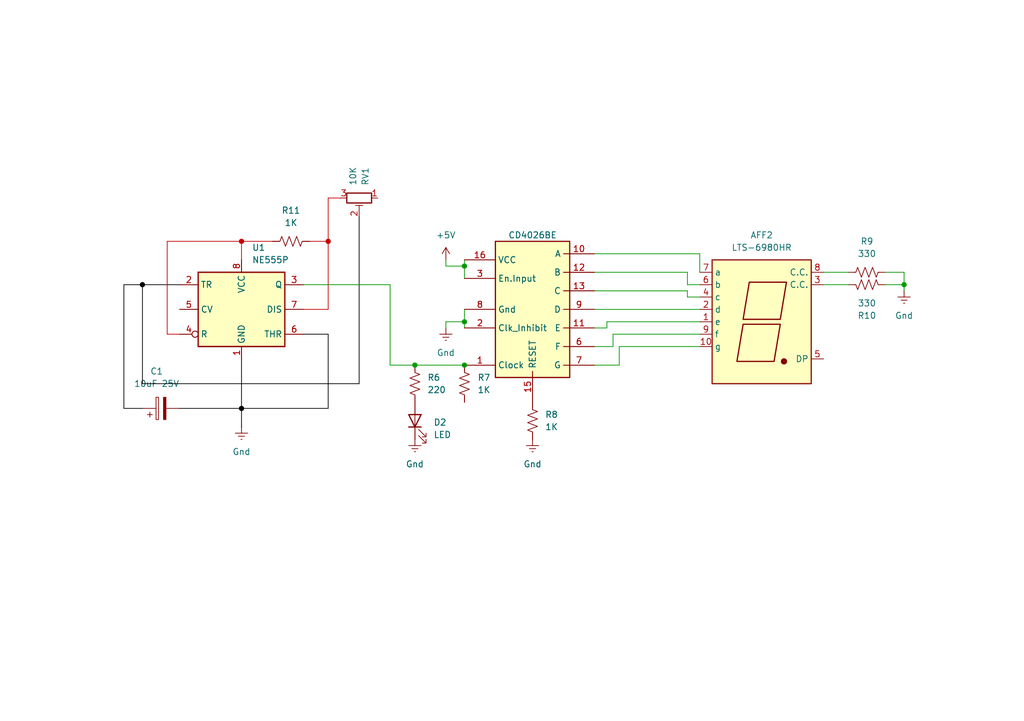
<source format=kicad_sch>
(kicad_sch
	(version 20250114)
	(generator "eeschema")
	(generator_version "9.0")
	(uuid "b50daa94-9871-49ee-9c2c-c6581c3e499d")
	(paper "A5")
	(lib_symbols
		(symbol "4xxx:CD4026BE"
			(exclude_from_sim no)
			(in_bom yes)
			(on_board yes)
			(property "Reference" "CD4026BE"
				(at -0.254 14.986 0)
				(effects
					(font
						(size 1.27 1.27)
					)
					(hide yes)
				)
			)
			(property "Value" ""
				(at 0 0 0)
				(effects
					(font
						(size 1.27 1.27)
					)
				)
			)
			(property "Footprint" ""
				(at 0 0 0)
				(effects
					(font
						(size 1.27 1.27)
					)
					(hide yes)
				)
			)
			(property "Datasheet" ""
				(at 0 0 0)
				(effects
					(font
						(size 1.27 1.27)
					)
					(hide yes)
				)
			)
			(property "Description" ""
				(at 0 0 0)
				(effects
					(font
						(size 1.27 1.27)
					)
					(hide yes)
				)
			)
			(symbol "CD4026BE_1_1"
				(rectangle
					(start -7.62 13.97)
					(end 7.62 -13.97)
					(stroke
						(width 0.254)
						(type default)
					)
					(fill
						(type background)
					)
				)
				(pin power_in line
					(at -13.97 10.16 0)
					(length 6.35)
					(name "VCC"
						(effects
							(font
								(size 1.27 1.27)
							)
						)
					)
					(number "16"
						(effects
							(font
								(size 1.27 1.27)
							)
						)
					)
				)
				(pin input line
					(at -13.97 6.35 0)
					(length 6.35)
					(name "En.Input"
						(effects
							(font
								(size 1.27 1.27)
							)
						)
					)
					(number "3"
						(effects
							(font
								(size 1.27 1.27)
							)
						)
					)
				)
				(pin power_in line
					(at -13.97 0 0)
					(length 6.35)
					(name "Gnd"
						(effects
							(font
								(size 1.27 1.27)
							)
						)
					)
					(number "8"
						(effects
							(font
								(size 1.27 1.27)
							)
						)
					)
				)
				(pin power_in line
					(at -13.97 -3.81 0)
					(length 6.35)
					(name "Clk_Inhibit"
						(effects
							(font
								(size 1.27 1.27)
							)
						)
					)
					(number "2"
						(effects
							(font
								(size 1.27 1.27)
							)
						)
					)
				)
				(pin input line
					(at -13.97 -11.43 0)
					(length 6.35)
					(name "Clock"
						(effects
							(font
								(size 1.27 1.27)
							)
						)
					)
					(number "1"
						(effects
							(font
								(size 1.27 1.27)
							)
						)
					)
				)
				(pin output line
					(at 0 -19.05 90)
					(length 6.35)
					(name "RESET"
						(effects
							(font
								(size 1.27 1.27)
							)
						)
					)
					(number "15"
						(effects
							(font
								(size 1.27 1.27)
							)
						)
					)
				)
				(pin output line
					(at 12.7 11.43 180)
					(length 6.35)
					(name "A"
						(effects
							(font
								(size 1.27 1.27)
							)
						)
					)
					(number "10"
						(effects
							(font
								(size 1.27 1.27)
							)
						)
					)
				)
				(pin output line
					(at 12.7 7.62 180)
					(length 6.35)
					(name "B"
						(effects
							(font
								(size 1.27 1.27)
							)
						)
					)
					(number "12"
						(effects
							(font
								(size 1.27 1.27)
							)
						)
					)
				)
				(pin output line
					(at 12.7 3.81 180)
					(length 6.35)
					(name "C"
						(effects
							(font
								(size 1.27 1.27)
							)
						)
					)
					(number "13"
						(effects
							(font
								(size 1.27 1.27)
							)
						)
					)
				)
				(pin output line
					(at 12.7 0 180)
					(length 6.35)
					(name "D"
						(effects
							(font
								(size 1.27 1.27)
							)
						)
					)
					(number "9"
						(effects
							(font
								(size 1.27 1.27)
							)
						)
					)
				)
				(pin output line
					(at 12.7 -3.81 180)
					(length 6.35)
					(name "E"
						(effects
							(font
								(size 1.27 1.27)
							)
						)
					)
					(number "11"
						(effects
							(font
								(size 1.27 1.27)
							)
						)
					)
				)
				(pin output line
					(at 12.7 -7.62 180)
					(length 6.35)
					(name "F"
						(effects
							(font
								(size 1.27 1.27)
							)
						)
					)
					(number "6"
						(effects
							(font
								(size 1.27 1.27)
							)
						)
					)
				)
				(pin output line
					(at 12.7 -11.43 180)
					(length 6.35)
					(name "G"
						(effects
							(font
								(size 1.27 1.27)
							)
						)
					)
					(number "7"
						(effects
							(font
								(size 1.27 1.27)
							)
						)
					)
				)
			)
			(embedded_fonts no)
		)
		(symbol "CD4026BE:CD4026BE"
			(exclude_from_sim no)
			(in_bom yes)
			(on_board yes)
			(property "Reference" "CD4026BE"
				(at -0.254 14.986 0)
				(effects
					(font
						(size 1.27 1.27)
					)
					(hide yes)
				)
			)
			(property "Value" ""
				(at 0 0 0)
				(effects
					(font
						(size 1.27 1.27)
					)
				)
			)
			(property "Footprint" ""
				(at 0 0 0)
				(effects
					(font
						(size 1.27 1.27)
					)
					(hide yes)
				)
			)
			(property "Datasheet" ""
				(at 0 0 0)
				(effects
					(font
						(size 1.27 1.27)
					)
					(hide yes)
				)
			)
			(property "Description" ""
				(at 0 0 0)
				(effects
					(font
						(size 1.27 1.27)
					)
					(hide yes)
				)
			)
			(embedded_fonts no)
		)
		(symbol "Device:C_Polarized"
			(pin_numbers
				(hide yes)
			)
			(pin_names
				(offset 0.254)
			)
			(exclude_from_sim no)
			(in_bom yes)
			(on_board yes)
			(property "Reference" "C"
				(at 0.635 2.54 0)
				(effects
					(font
						(size 1.27 1.27)
					)
					(justify left)
				)
			)
			(property "Value" "C_Polarized"
				(at 0.635 -2.54 0)
				(effects
					(font
						(size 1.27 1.27)
					)
					(justify left)
				)
			)
			(property "Footprint" ""
				(at 0.9652 -3.81 0)
				(effects
					(font
						(size 1.27 1.27)
					)
					(hide yes)
				)
			)
			(property "Datasheet" "~"
				(at 0 0 0)
				(effects
					(font
						(size 1.27 1.27)
					)
					(hide yes)
				)
			)
			(property "Description" "Polarized capacitor"
				(at 0 0 0)
				(effects
					(font
						(size 1.27 1.27)
					)
					(hide yes)
				)
			)
			(property "ki_keywords" "cap capacitor"
				(at 0 0 0)
				(effects
					(font
						(size 1.27 1.27)
					)
					(hide yes)
				)
			)
			(property "ki_fp_filters" "CP_*"
				(at 0 0 0)
				(effects
					(font
						(size 1.27 1.27)
					)
					(hide yes)
				)
			)
			(symbol "C_Polarized_0_1"
				(rectangle
					(start -2.286 0.508)
					(end 2.286 1.016)
					(stroke
						(width 0)
						(type default)
					)
					(fill
						(type none)
					)
				)
				(polyline
					(pts
						(xy -1.778 2.286) (xy -0.762 2.286)
					)
					(stroke
						(width 0)
						(type default)
					)
					(fill
						(type none)
					)
				)
				(polyline
					(pts
						(xy -1.27 2.794) (xy -1.27 1.778)
					)
					(stroke
						(width 0)
						(type default)
					)
					(fill
						(type none)
					)
				)
				(rectangle
					(start 2.286 -0.508)
					(end -2.286 -1.016)
					(stroke
						(width 0)
						(type default)
					)
					(fill
						(type outline)
					)
				)
			)
			(symbol "C_Polarized_1_1"
				(pin passive line
					(at 0 3.81 270)
					(length 2.794)
					(name "~"
						(effects
							(font
								(size 1.27 1.27)
							)
						)
					)
					(number "1"
						(effects
							(font
								(size 1.27 1.27)
							)
						)
					)
				)
				(pin passive line
					(at 0 -3.81 90)
					(length 2.794)
					(name "~"
						(effects
							(font
								(size 1.27 1.27)
							)
						)
					)
					(number "2"
						(effects
							(font
								(size 1.27 1.27)
							)
						)
					)
				)
			)
			(embedded_fonts no)
		)
		(symbol "Device:LED"
			(pin_numbers
				(hide yes)
			)
			(pin_names
				(offset 1.016)
				(hide yes)
			)
			(exclude_from_sim no)
			(in_bom yes)
			(on_board yes)
			(property "Reference" "D"
				(at 0 2.54 0)
				(effects
					(font
						(size 1.27 1.27)
					)
				)
			)
			(property "Value" "LED"
				(at 0 -2.54 0)
				(effects
					(font
						(size 1.27 1.27)
					)
				)
			)
			(property "Footprint" ""
				(at 0 0 0)
				(effects
					(font
						(size 1.27 1.27)
					)
					(hide yes)
				)
			)
			(property "Datasheet" "~"
				(at 0 0 0)
				(effects
					(font
						(size 1.27 1.27)
					)
					(hide yes)
				)
			)
			(property "Description" "Light emitting diode"
				(at 0 0 0)
				(effects
					(font
						(size 1.27 1.27)
					)
					(hide yes)
				)
			)
			(property "Sim.Pins" "1=K 2=A"
				(at 0 0 0)
				(effects
					(font
						(size 1.27 1.27)
					)
					(hide yes)
				)
			)
			(property "ki_keywords" "LED diode"
				(at 0 0 0)
				(effects
					(font
						(size 1.27 1.27)
					)
					(hide yes)
				)
			)
			(property "ki_fp_filters" "LED* LED_SMD:* LED_THT:*"
				(at 0 0 0)
				(effects
					(font
						(size 1.27 1.27)
					)
					(hide yes)
				)
			)
			(symbol "LED_0_1"
				(polyline
					(pts
						(xy -3.048 -0.762) (xy -4.572 -2.286) (xy -3.81 -2.286) (xy -4.572 -2.286) (xy -4.572 -1.524)
					)
					(stroke
						(width 0)
						(type default)
					)
					(fill
						(type none)
					)
				)
				(polyline
					(pts
						(xy -1.778 -0.762) (xy -3.302 -2.286) (xy -2.54 -2.286) (xy -3.302 -2.286) (xy -3.302 -1.524)
					)
					(stroke
						(width 0)
						(type default)
					)
					(fill
						(type none)
					)
				)
				(polyline
					(pts
						(xy -1.27 0) (xy 1.27 0)
					)
					(stroke
						(width 0)
						(type default)
					)
					(fill
						(type none)
					)
				)
				(polyline
					(pts
						(xy -1.27 -1.27) (xy -1.27 1.27)
					)
					(stroke
						(width 0.254)
						(type default)
					)
					(fill
						(type none)
					)
				)
				(polyline
					(pts
						(xy 1.27 -1.27) (xy 1.27 1.27) (xy -1.27 0) (xy 1.27 -1.27)
					)
					(stroke
						(width 0.254)
						(type default)
					)
					(fill
						(type none)
					)
				)
			)
			(symbol "LED_1_1"
				(pin passive line
					(at -3.81 0 0)
					(length 2.54)
					(name "K"
						(effects
							(font
								(size 1.27 1.27)
							)
						)
					)
					(number "1"
						(effects
							(font
								(size 1.27 1.27)
							)
						)
					)
				)
				(pin passive line
					(at 3.81 0 180)
					(length 2.54)
					(name "A"
						(effects
							(font
								(size 1.27 1.27)
							)
						)
					)
					(number "2"
						(effects
							(font
								(size 1.27 1.27)
							)
						)
					)
				)
			)
			(embedded_fonts no)
		)
		(symbol "Device:R_Potentiometer_Trim"
			(pin_names
				(offset 1.016)
				(hide yes)
			)
			(exclude_from_sim no)
			(in_bom yes)
			(on_board yes)
			(property "Reference" "RV"
				(at -4.445 0 90)
				(effects
					(font
						(size 1.27 1.27)
					)
				)
			)
			(property "Value" "R_Potentiometer_Trim"
				(at -2.54 0 90)
				(effects
					(font
						(size 1.27 1.27)
					)
				)
			)
			(property "Footprint" ""
				(at 0 0 0)
				(effects
					(font
						(size 1.27 1.27)
					)
					(hide yes)
				)
			)
			(property "Datasheet" "~"
				(at 0 0 0)
				(effects
					(font
						(size 1.27 1.27)
					)
					(hide yes)
				)
			)
			(property "Description" "Trim-potentiometer"
				(at 0 0 0)
				(effects
					(font
						(size 1.27 1.27)
					)
					(hide yes)
				)
			)
			(property "ki_keywords" "resistor variable trimpot trimmer"
				(at 0 0 0)
				(effects
					(font
						(size 1.27 1.27)
					)
					(hide yes)
				)
			)
			(property "ki_fp_filters" "Potentiometer*"
				(at 0 0 0)
				(effects
					(font
						(size 1.27 1.27)
					)
					(hide yes)
				)
			)
			(symbol "R_Potentiometer_Trim_0_1"
				(rectangle
					(start 1.016 2.54)
					(end -1.016 -2.54)
					(stroke
						(width 0.254)
						(type default)
					)
					(fill
						(type none)
					)
				)
				(polyline
					(pts
						(xy 1.524 0.762) (xy 1.524 -0.762)
					)
					(stroke
						(width 0)
						(type default)
					)
					(fill
						(type none)
					)
				)
				(polyline
					(pts
						(xy 2.54 0) (xy 1.524 0)
					)
					(stroke
						(width 0)
						(type default)
					)
					(fill
						(type none)
					)
				)
			)
			(symbol "R_Potentiometer_Trim_1_1"
				(pin passive line
					(at 0 3.81 270)
					(length 1.27)
					(name "1"
						(effects
							(font
								(size 1.27 1.27)
							)
						)
					)
					(number "1"
						(effects
							(font
								(size 1.27 1.27)
							)
						)
					)
				)
				(pin passive line
					(at 0 -3.81 90)
					(length 1.27)
					(name "3"
						(effects
							(font
								(size 1.27 1.27)
							)
						)
					)
					(number "3"
						(effects
							(font
								(size 1.27 1.27)
							)
						)
					)
				)
				(pin passive line
					(at 3.81 0 180)
					(length 1.27)
					(name "2"
						(effects
							(font
								(size 1.27 1.27)
							)
						)
					)
					(number "2"
						(effects
							(font
								(size 1.27 1.27)
							)
						)
					)
				)
			)
			(embedded_fonts no)
		)
		(symbol "Device:R_US"
			(pin_numbers
				(hide yes)
			)
			(pin_names
				(offset 0)
			)
			(exclude_from_sim no)
			(in_bom yes)
			(on_board yes)
			(property "Reference" "R"
				(at 2.54 0 90)
				(effects
					(font
						(size 1.27 1.27)
					)
				)
			)
			(property "Value" "R_US"
				(at -2.54 0 90)
				(effects
					(font
						(size 1.27 1.27)
					)
				)
			)
			(property "Footprint" ""
				(at 1.016 -0.254 90)
				(effects
					(font
						(size 1.27 1.27)
					)
					(hide yes)
				)
			)
			(property "Datasheet" "~"
				(at 0 0 0)
				(effects
					(font
						(size 1.27 1.27)
					)
					(hide yes)
				)
			)
			(property "Description" "Resistor, US symbol"
				(at 0 0 0)
				(effects
					(font
						(size 1.27 1.27)
					)
					(hide yes)
				)
			)
			(property "ki_keywords" "R res resistor"
				(at 0 0 0)
				(effects
					(font
						(size 1.27 1.27)
					)
					(hide yes)
				)
			)
			(property "ki_fp_filters" "R_*"
				(at 0 0 0)
				(effects
					(font
						(size 1.27 1.27)
					)
					(hide yes)
				)
			)
			(symbol "R_US_0_1"
				(polyline
					(pts
						(xy 0 2.286) (xy 0 2.54)
					)
					(stroke
						(width 0)
						(type default)
					)
					(fill
						(type none)
					)
				)
				(polyline
					(pts
						(xy 0 2.286) (xy 1.016 1.905) (xy 0 1.524) (xy -1.016 1.143) (xy 0 0.762)
					)
					(stroke
						(width 0)
						(type default)
					)
					(fill
						(type none)
					)
				)
				(polyline
					(pts
						(xy 0 0.762) (xy 1.016 0.381) (xy 0 0) (xy -1.016 -0.381) (xy 0 -0.762)
					)
					(stroke
						(width 0)
						(type default)
					)
					(fill
						(type none)
					)
				)
				(polyline
					(pts
						(xy 0 -0.762) (xy 1.016 -1.143) (xy 0 -1.524) (xy -1.016 -1.905) (xy 0 -2.286)
					)
					(stroke
						(width 0)
						(type default)
					)
					(fill
						(type none)
					)
				)
				(polyline
					(pts
						(xy 0 -2.286) (xy 0 -2.54)
					)
					(stroke
						(width 0)
						(type default)
					)
					(fill
						(type none)
					)
				)
			)
			(symbol "R_US_1_1"
				(pin passive line
					(at 0 3.81 270)
					(length 1.27)
					(name "~"
						(effects
							(font
								(size 1.27 1.27)
							)
						)
					)
					(number "1"
						(effects
							(font
								(size 1.27 1.27)
							)
						)
					)
				)
				(pin passive line
					(at 0 -3.81 90)
					(length 1.27)
					(name "~"
						(effects
							(font
								(size 1.27 1.27)
							)
						)
					)
					(number "2"
						(effects
							(font
								(size 1.27 1.27)
							)
						)
					)
				)
			)
			(embedded_fonts no)
		)
		(symbol "Display_Character:LTS-6980HR"
			(exclude_from_sim no)
			(in_bom yes)
			(on_board yes)
			(property "Reference" "AFF1"
				(at 0 17.78 0)
				(effects
					(font
						(size 1.27 1.27)
					)
				)
			)
			(property "Value" "LTS-6980HR"
				(at 0 15.24 0)
				(effects
					(font
						(size 1.27 1.27)
					)
				)
			)
			(property "Footprint" "Display_7Segment:7SegmentLED_LTS6760_LTS6780"
				(at 0 -15.24 0)
				(effects
					(font
						(size 1.27 1.27)
					)
					(hide yes)
				)
			)
			(property "Datasheet" "http://datasheet.octopart.com/LTS-6960HR-Lite-On-datasheet-11803242.pdf"
				(at 0 0 0)
				(effects
					(font
						(size 1.27 1.27)
					)
					(hide yes)
				)
			)
			(property "Description" "DISPLAY 7 SEGMENTS common K, high efficient red"
				(at 0 0 0)
				(effects
					(font
						(size 1.27 1.27)
					)
					(hide yes)
				)
			)
			(property "ki_keywords" "display LED 7-segment"
				(at 0 0 0)
				(effects
					(font
						(size 1.27 1.27)
					)
					(hide yes)
				)
			)
			(property "ki_fp_filters" "7SegmentLED?LTS6760?LTS6780*"
				(at 0 0 0)
				(effects
					(font
						(size 1.27 1.27)
					)
					(hide yes)
				)
			)
			(symbol "LTS-6980HR_0_1"
				(rectangle
					(start -10.16 12.7)
					(end 10.16 -12.7)
					(stroke
						(width 0.254)
						(type default)
					)
					(fill
						(type background)
					)
				)
				(polyline
					(pts
						(xy -3.81 -0.508) (xy 3.81 -0.508) (xy 2.54 -8.128) (xy -5.08 -8.128) (xy -3.81 -0.508) (xy -3.81 -0.508)
					)
					(stroke
						(width 0.254)
						(type default)
					)
					(fill
						(type none)
					)
				)
				(polyline
					(pts
						(xy -2.54 8.128) (xy 5.08 8.128) (xy 3.81 0.508) (xy -3.81 0.508) (xy -2.54 8.128) (xy -2.54 8.128)
					)
					(stroke
						(width 0.254)
						(type default)
					)
					(fill
						(type none)
					)
				)
				(circle
					(center 4.572 -8.128)
					(radius 0.508)
					(stroke
						(width 0.254)
						(type default)
					)
					(fill
						(type outline)
					)
				)
			)
			(symbol "LTS-6980HR_1_1"
				(pin passive line
					(at -12.7 10.16 0)
					(length 2.54)
					(name "a"
						(effects
							(font
								(size 1.27 1.27)
							)
						)
					)
					(number "7"
						(effects
							(font
								(size 1.27 1.27)
							)
						)
					)
				)
				(pin passive line
					(at -12.7 7.62 0)
					(length 2.54)
					(name "b"
						(effects
							(font
								(size 1.27 1.27)
							)
						)
					)
					(number "6"
						(effects
							(font
								(size 1.27 1.27)
							)
						)
					)
				)
				(pin passive line
					(at -12.7 5.08 0)
					(length 2.54)
					(name "c"
						(effects
							(font
								(size 1.27 1.27)
							)
						)
					)
					(number "4"
						(effects
							(font
								(size 1.27 1.27)
							)
						)
					)
				)
				(pin passive line
					(at -12.7 2.54 0)
					(length 2.54)
					(name "d"
						(effects
							(font
								(size 1.27 1.27)
							)
						)
					)
					(number "2"
						(effects
							(font
								(size 1.27 1.27)
							)
						)
					)
				)
				(pin passive line
					(at -12.7 0 0)
					(length 2.54)
					(name "e"
						(effects
							(font
								(size 1.27 1.27)
							)
						)
					)
					(number "1"
						(effects
							(font
								(size 1.27 1.27)
							)
						)
					)
				)
				(pin passive line
					(at -12.7 -2.54 0)
					(length 2.54)
					(name "f"
						(effects
							(font
								(size 1.27 1.27)
							)
						)
					)
					(number "9"
						(effects
							(font
								(size 1.27 1.27)
							)
						)
					)
				)
				(pin passive line
					(at -12.7 -5.08 0)
					(length 2.54)
					(name "g"
						(effects
							(font
								(size 1.27 1.27)
							)
						)
					)
					(number "10"
						(effects
							(font
								(size 1.27 1.27)
							)
						)
					)
				)
				(pin passive line
					(at 12.7 10.16 180)
					(length 2.54)
					(name "C.C."
						(effects
							(font
								(size 1.27 1.27)
							)
						)
					)
					(number "8"
						(effects
							(font
								(size 1.27 1.27)
							)
						)
					)
				)
				(pin passive line
					(at 12.7 7.62 180)
					(length 2.54)
					(name "C.C."
						(effects
							(font
								(size 1.27 1.27)
							)
						)
					)
					(number "3"
						(effects
							(font
								(size 1.27 1.27)
							)
						)
					)
				)
				(pin passive line
					(at 12.7 -7.62 180)
					(length 2.54)
					(name "DP"
						(effects
							(font
								(size 1.27 1.27)
							)
						)
					)
					(number "5"
						(effects
							(font
								(size 1.27 1.27)
							)
						)
					)
				)
			)
			(embedded_fonts no)
		)
		(symbol "Timer:NE555P"
			(exclude_from_sim no)
			(in_bom yes)
			(on_board yes)
			(property "Reference" "U"
				(at -10.16 8.89 0)
				(effects
					(font
						(size 1.27 1.27)
					)
					(justify left)
				)
			)
			(property "Value" "NE555P"
				(at 2.54 8.89 0)
				(effects
					(font
						(size 1.27 1.27)
					)
					(justify left)
				)
			)
			(property "Footprint" "Package_DIP:DIP-8_W7.62mm"
				(at 16.51 -10.16 0)
				(effects
					(font
						(size 1.27 1.27)
					)
					(hide yes)
				)
			)
			(property "Datasheet" "http://www.ti.com/lit/ds/symlink/ne555.pdf"
				(at 21.59 -10.16 0)
				(effects
					(font
						(size 1.27 1.27)
					)
					(hide yes)
				)
			)
			(property "Description" "Precision Timers, 555 compatible,  PDIP-8"
				(at 0 0 0)
				(effects
					(font
						(size 1.27 1.27)
					)
					(hide yes)
				)
			)
			(property "ki_keywords" "single timer 555"
				(at 0 0 0)
				(effects
					(font
						(size 1.27 1.27)
					)
					(hide yes)
				)
			)
			(property "ki_fp_filters" "DIP*W7.62mm*"
				(at 0 0 0)
				(effects
					(font
						(size 1.27 1.27)
					)
					(hide yes)
				)
			)
			(symbol "NE555P_0_0"
				(pin power_in line
					(at 0 10.16 270)
					(length 2.54)
					(name "VCC"
						(effects
							(font
								(size 1.27 1.27)
							)
						)
					)
					(number "8"
						(effects
							(font
								(size 1.27 1.27)
							)
						)
					)
				)
				(pin power_in line
					(at 0 -10.16 90)
					(length 2.54)
					(name "GND"
						(effects
							(font
								(size 1.27 1.27)
							)
						)
					)
					(number "1"
						(effects
							(font
								(size 1.27 1.27)
							)
						)
					)
				)
			)
			(symbol "NE555P_0_1"
				(rectangle
					(start -8.89 -7.62)
					(end 8.89 7.62)
					(stroke
						(width 0.254)
						(type default)
					)
					(fill
						(type background)
					)
				)
				(rectangle
					(start -8.89 -7.62)
					(end 8.89 7.62)
					(stroke
						(width 0.254)
						(type default)
					)
					(fill
						(type background)
					)
				)
			)
			(symbol "NE555P_1_1"
				(pin input line
					(at -12.7 5.08 0)
					(length 3.81)
					(name "TR"
						(effects
							(font
								(size 1.27 1.27)
							)
						)
					)
					(number "2"
						(effects
							(font
								(size 1.27 1.27)
							)
						)
					)
				)
				(pin input line
					(at -12.7 0 0)
					(length 3.81)
					(name "CV"
						(effects
							(font
								(size 1.27 1.27)
							)
						)
					)
					(number "5"
						(effects
							(font
								(size 1.27 1.27)
							)
						)
					)
				)
				(pin input inverted
					(at -12.7 -5.08 0)
					(length 3.81)
					(name "R"
						(effects
							(font
								(size 1.27 1.27)
							)
						)
					)
					(number "4"
						(effects
							(font
								(size 1.27 1.27)
							)
						)
					)
				)
				(pin output line
					(at 12.7 5.08 180)
					(length 3.81)
					(name "Q"
						(effects
							(font
								(size 1.27 1.27)
							)
						)
					)
					(number "3"
						(effects
							(font
								(size 1.27 1.27)
							)
						)
					)
				)
				(pin input line
					(at 12.7 0 180)
					(length 3.81)
					(name "DIS"
						(effects
							(font
								(size 1.27 1.27)
							)
						)
					)
					(number "7"
						(effects
							(font
								(size 1.27 1.27)
							)
						)
					)
				)
				(pin input line
					(at 12.7 -5.08 180)
					(length 3.81)
					(name "THR"
						(effects
							(font
								(size 1.27 1.27)
							)
						)
					)
					(number "6"
						(effects
							(font
								(size 1.27 1.27)
							)
						)
					)
				)
			)
			(embedded_fonts no)
		)
		(symbol "power:+5V"
			(power)
			(pin_numbers
				(hide yes)
			)
			(pin_names
				(offset 0)
				(hide yes)
			)
			(exclude_from_sim no)
			(in_bom yes)
			(on_board yes)
			(property "Reference" "#PWR"
				(at 0 -3.81 0)
				(effects
					(font
						(size 1.27 1.27)
					)
					(hide yes)
				)
			)
			(property "Value" "+5V"
				(at 0 3.556 0)
				(effects
					(font
						(size 1.27 1.27)
					)
				)
			)
			(property "Footprint" ""
				(at 0 0 0)
				(effects
					(font
						(size 1.27 1.27)
					)
					(hide yes)
				)
			)
			(property "Datasheet" ""
				(at 0 0 0)
				(effects
					(font
						(size 1.27 1.27)
					)
					(hide yes)
				)
			)
			(property "Description" "Power symbol creates a global label with name \"+5V\""
				(at 0 0 0)
				(effects
					(font
						(size 1.27 1.27)
					)
					(hide yes)
				)
			)
			(property "ki_keywords" "global power"
				(at 0 0 0)
				(effects
					(font
						(size 1.27 1.27)
					)
					(hide yes)
				)
			)
			(symbol "+5V_0_1"
				(polyline
					(pts
						(xy -0.762 1.27) (xy 0 2.54)
					)
					(stroke
						(width 0)
						(type default)
					)
					(fill
						(type none)
					)
				)
				(polyline
					(pts
						(xy 0 2.54) (xy 0.762 1.27)
					)
					(stroke
						(width 0)
						(type default)
					)
					(fill
						(type none)
					)
				)
				(polyline
					(pts
						(xy 0 0) (xy 0 2.54)
					)
					(stroke
						(width 0)
						(type default)
					)
					(fill
						(type none)
					)
				)
			)
			(symbol "+5V_1_1"
				(pin power_in line
					(at 0 0 90)
					(length 0)
					(name "~"
						(effects
							(font
								(size 1.27 1.27)
							)
						)
					)
					(number "1"
						(effects
							(font
								(size 1.27 1.27)
							)
						)
					)
				)
			)
			(embedded_fonts no)
		)
		(symbol "power:Earth"
			(power)
			(pin_numbers
				(hide yes)
			)
			(pin_names
				(offset 0)
				(hide yes)
			)
			(exclude_from_sim no)
			(in_bom yes)
			(on_board yes)
			(property "Reference" "#PWR"
				(at 0 -6.35 0)
				(effects
					(font
						(size 1.27 1.27)
					)
					(hide yes)
				)
			)
			(property "Value" "Earth"
				(at 0 -3.81 0)
				(effects
					(font
						(size 1.27 1.27)
					)
				)
			)
			(property "Footprint" ""
				(at 0 0 0)
				(effects
					(font
						(size 1.27 1.27)
					)
					(hide yes)
				)
			)
			(property "Datasheet" "~"
				(at 0 0 0)
				(effects
					(font
						(size 1.27 1.27)
					)
					(hide yes)
				)
			)
			(property "Description" "Power symbol creates a global label with name \"Earth\""
				(at 0 0 0)
				(effects
					(font
						(size 1.27 1.27)
					)
					(hide yes)
				)
			)
			(property "ki_keywords" "global ground gnd"
				(at 0 0 0)
				(effects
					(font
						(size 1.27 1.27)
					)
					(hide yes)
				)
			)
			(symbol "Earth_0_1"
				(polyline
					(pts
						(xy -0.635 -1.905) (xy 0.635 -1.905)
					)
					(stroke
						(width 0)
						(type default)
					)
					(fill
						(type none)
					)
				)
				(polyline
					(pts
						(xy -0.127 -2.54) (xy 0.127 -2.54)
					)
					(stroke
						(width 0)
						(type default)
					)
					(fill
						(type none)
					)
				)
				(polyline
					(pts
						(xy 0 -1.27) (xy 0 0)
					)
					(stroke
						(width 0)
						(type default)
					)
					(fill
						(type none)
					)
				)
				(polyline
					(pts
						(xy 1.27 -1.27) (xy -1.27 -1.27)
					)
					(stroke
						(width 0)
						(type default)
					)
					(fill
						(type none)
					)
				)
			)
			(symbol "Earth_1_1"
				(pin power_in line
					(at 0 0 270)
					(length 0)
					(name "~"
						(effects
							(font
								(size 1.27 1.27)
							)
						)
					)
					(number "1"
						(effects
							(font
								(size 1.27 1.27)
							)
						)
					)
				)
			)
			(embedded_fonts no)
		)
	)
	(junction
		(at 67.31 49.53)
		(diameter 0)
		(color 194 0 0 1)
		(uuid "6919890c-d6ac-4c80-8fc8-1d0f024b9823")
	)
	(junction
		(at 49.53 83.82)
		(diameter 0)
		(color 0 0 0 1)
		(uuid "6d1015b2-763b-46c2-8846-46cfceb68923")
	)
	(junction
		(at 95.25 54.61)
		(diameter 0)
		(color 0 0 0 0)
		(uuid "7c6dcea1-7d88-49c6-aaea-f725c62f9a44")
	)
	(junction
		(at 29.21 58.42)
		(diameter 0)
		(color 0 0 0 1)
		(uuid "b47c3cf0-1e69-490d-a217-d8f25abf0444")
	)
	(junction
		(at 185.42 58.42)
		(diameter 0)
		(color 0 0 0 0)
		(uuid "bea53ca9-caa2-48ee-a916-8b271d7fbd81")
	)
	(junction
		(at 49.53 49.53)
		(diameter 0)
		(color 194 0 0 1)
		(uuid "bfe496c9-c127-4d3a-b21b-5c653fae5714")
	)
	(junction
		(at 85.09 74.93)
		(diameter 0)
		(color 0 0 0 0)
		(uuid "c9bfc789-5307-49b2-8139-a858d4ff61be")
	)
	(junction
		(at 95.25 74.93)
		(diameter 0)
		(color 0 0 0 0)
		(uuid "deb72336-fd51-4e2c-92b4-256fecaeb3ef")
	)
	(junction
		(at 95.25 66.04)
		(diameter 0)
		(color 0 0 0 0)
		(uuid "e18664b1-4c68-434e-9964-798cecdfcd41")
	)
	(wire
		(pts
			(xy 143.51 55.88) (xy 143.51 52.07)
		)
		(stroke
			(width 0)
			(type default)
		)
		(uuid "00c8c9ea-4050-4f2b-8980-a001dbfc88f9")
	)
	(wire
		(pts
			(xy 49.53 83.82) (xy 49.53 73.66)
		)
		(stroke
			(width 0)
			(type default)
			(color 0 0 0 1)
		)
		(uuid "03cbe362-bb0b-4473-a826-4c4f95e281bb")
	)
	(wire
		(pts
			(xy 185.42 55.88) (xy 185.42 58.42)
		)
		(stroke
			(width 0)
			(type default)
		)
		(uuid "0471538c-7f0b-49b2-8227-a6f7bcd3aab6")
	)
	(wire
		(pts
			(xy 34.29 68.58) (xy 34.29 49.53)
		)
		(stroke
			(width 0)
			(type default)
			(color 194 0 0 1)
		)
		(uuid "22bae566-d92d-476e-ad87-243583243d9b")
	)
	(wire
		(pts
			(xy 143.51 66.04) (xy 124.46 66.04)
		)
		(stroke
			(width 0)
			(type default)
		)
		(uuid "2356cbb4-521a-4aae-9734-2b1a731bcf3d")
	)
	(wire
		(pts
			(xy 49.53 83.82) (xy 49.53 87.63)
		)
		(stroke
			(width 0)
			(type default)
			(color 0 0 0 1)
		)
		(uuid "25d0f9f1-b246-42fc-902e-5441ec0f954d")
	)
	(wire
		(pts
			(xy 143.51 58.42) (xy 140.97 58.42)
		)
		(stroke
			(width 0)
			(type default)
		)
		(uuid "269b3566-711b-419b-8932-f378c547c771")
	)
	(wire
		(pts
			(xy 143.51 60.96) (xy 140.97 60.96)
		)
		(stroke
			(width 0)
			(type default)
		)
		(uuid "273691f6-78e1-4667-993f-d9b983e705bc")
	)
	(wire
		(pts
			(xy 140.97 55.88) (xy 121.92 55.88)
		)
		(stroke
			(width 0)
			(type default)
		)
		(uuid "288f30cd-fd1b-4e97-8072-60562be38fd2")
	)
	(wire
		(pts
			(xy 80.01 58.42) (xy 80.01 74.93)
		)
		(stroke
			(width 0)
			(type default)
		)
		(uuid "29f49e19-0088-4bda-a5fe-20ca179250b6")
	)
	(wire
		(pts
			(xy 67.31 63.5) (xy 62.23 63.5)
		)
		(stroke
			(width 0)
			(type default)
			(color 194 0 0 1)
		)
		(uuid "2d9356a4-cc08-4c98-b82c-ad82fabd1bac")
	)
	(wire
		(pts
			(xy 80.01 74.93) (xy 85.09 74.93)
		)
		(stroke
			(width 0)
			(type default)
		)
		(uuid "36c658cd-1951-4c9b-88df-fa10b17fdef1")
	)
	(wire
		(pts
			(xy 168.91 55.88) (xy 173.99 55.88)
		)
		(stroke
			(width 0)
			(type default)
		)
		(uuid "38c4d1ab-9a14-4aa4-a2b4-d670974c56bc")
	)
	(wire
		(pts
			(xy 95.25 63.5) (xy 95.25 66.04)
		)
		(stroke
			(width 0)
			(type default)
		)
		(uuid "3d38ce15-478b-4ed7-9736-ded46d1347f6")
	)
	(wire
		(pts
			(xy 49.53 49.53) (xy 55.88 49.53)
		)
		(stroke
			(width 0)
			(type default)
			(color 194 0 0 1)
		)
		(uuid "3ed3d00e-b03a-4070-858c-ce85ec2ab3cf")
	)
	(wire
		(pts
			(xy 25.4 58.42) (xy 25.4 83.82)
		)
		(stroke
			(width 0)
			(type default)
			(color 0 0 0 1)
		)
		(uuid "401b1f93-700a-41a0-bb2d-8b4076902426")
	)
	(wire
		(pts
			(xy 181.61 58.42) (xy 185.42 58.42)
		)
		(stroke
			(width 0)
			(type default)
		)
		(uuid "428d1d2e-c868-4836-943d-c4570644123d")
	)
	(wire
		(pts
			(xy 143.51 71.12) (xy 127 71.12)
		)
		(stroke
			(width 0)
			(type default)
		)
		(uuid "431fe356-0501-4568-addb-83c72f73561b")
	)
	(wire
		(pts
			(xy 95.25 54.61) (xy 91.44 54.61)
		)
		(stroke
			(width 0)
			(type default)
		)
		(uuid "432fe328-b077-45c1-8322-7da1348b18bf")
	)
	(wire
		(pts
			(xy 34.29 49.53) (xy 49.53 49.53)
		)
		(stroke
			(width 0)
			(type default)
			(color 194 0 0 1)
		)
		(uuid "47381562-afe8-4955-a5c0-72fea8f77d90")
	)
	(wire
		(pts
			(xy 95.25 54.61) (xy 95.25 57.15)
		)
		(stroke
			(width 0)
			(type default)
		)
		(uuid "4895187d-b6e9-4fa5-bd8d-9345ec9c0e9b")
	)
	(wire
		(pts
			(xy 95.25 66.04) (xy 95.25 67.31)
		)
		(stroke
			(width 0)
			(type default)
		)
		(uuid "51c2aad7-a152-44a1-8ba4-936b989ccfff")
	)
	(wire
		(pts
			(xy 73.66 44.45) (xy 73.66 78.74)
		)
		(stroke
			(width 0)
			(type default)
			(color 0 0 0 1)
		)
		(uuid "583e1428-edb3-472e-acaf-85f47487aadc")
	)
	(wire
		(pts
			(xy 36.83 83.82) (xy 49.53 83.82)
		)
		(stroke
			(width 0)
			(type default)
			(color 0 0 0 1)
		)
		(uuid "5e8ee31c-2fc7-4ead-a1e3-d22de7ec9934")
	)
	(wire
		(pts
			(xy 91.44 53.34) (xy 91.44 54.61)
		)
		(stroke
			(width 0)
			(type default)
		)
		(uuid "6060935b-fae5-4871-b4d5-25a0f4ad4793")
	)
	(wire
		(pts
			(xy 95.25 53.34) (xy 95.25 54.61)
		)
		(stroke
			(width 0)
			(type default)
		)
		(uuid "687c0a56-418b-44a5-95fa-a041a429dbd9")
	)
	(wire
		(pts
			(xy 140.97 55.88) (xy 140.97 58.42)
		)
		(stroke
			(width 0)
			(type default)
		)
		(uuid "6e308f6b-7635-4ee0-b00a-6db8dfb912f2")
	)
	(wire
		(pts
			(xy 67.31 83.82) (xy 49.53 83.82)
		)
		(stroke
			(width 0)
			(type default)
			(color 0 0 0 1)
		)
		(uuid "737df1ed-581a-4620-b5c6-19fa84050021")
	)
	(wire
		(pts
			(xy 63.5 49.53) (xy 67.31 49.53)
		)
		(stroke
			(width 0)
			(type default)
			(color 194 0 0 1)
		)
		(uuid "789b3f0e-ca05-4575-ad05-303b8ddbfa76")
	)
	(wire
		(pts
			(xy 62.23 68.58) (xy 67.31 68.58)
		)
		(stroke
			(width 0)
			(type default)
			(color 0 0 0 1)
		)
		(uuid "801f83f3-a932-48b6-9b78-5955e341d233")
	)
	(wire
		(pts
			(xy 185.42 58.42) (xy 185.42 59.69)
		)
		(stroke
			(width 0)
			(type default)
		)
		(uuid "86cc6d6c-9319-42e9-93f1-b34c5bed321c")
	)
	(wire
		(pts
			(xy 121.92 74.93) (xy 127 74.93)
		)
		(stroke
			(width 0)
			(type default)
		)
		(uuid "8964a482-1e2a-421d-b06a-f0fd7435998c")
	)
	(wire
		(pts
			(xy 181.61 55.88) (xy 185.42 55.88)
		)
		(stroke
			(width 0)
			(type default)
		)
		(uuid "90ccd0a7-da58-4d95-b52f-1b59ae771edb")
	)
	(wire
		(pts
			(xy 36.83 68.58) (xy 34.29 68.58)
		)
		(stroke
			(width 0)
			(type default)
			(color 194 0 0 1)
		)
		(uuid "93d80ff5-1803-4218-ae3a-e6006b500c53")
	)
	(wire
		(pts
			(xy 124.46 66.04) (xy 124.46 67.31)
		)
		(stroke
			(width 0)
			(type default)
		)
		(uuid "9642f38f-cdc6-45df-b619-cdcd2e696f1a")
	)
	(wire
		(pts
			(xy 29.21 58.42) (xy 25.4 58.42)
		)
		(stroke
			(width 0)
			(type default)
			(color 0 0 0 1)
		)
		(uuid "a45531c9-931a-460e-93a5-6a6db5a5ec07")
	)
	(wire
		(pts
			(xy 73.66 78.74) (xy 29.21 78.74)
		)
		(stroke
			(width 0)
			(type default)
			(color 0 0 0 1)
		)
		(uuid "a6c56f59-28b8-4b8b-80d3-28ab75226ae7")
	)
	(wire
		(pts
			(xy 67.31 68.58) (xy 67.31 83.82)
		)
		(stroke
			(width 0)
			(type default)
			(color 0 0 0 1)
		)
		(uuid "ab8f5073-118c-47b0-9a6c-f857f3ccb4f7")
	)
	(wire
		(pts
			(xy 140.97 60.96) (xy 140.97 59.69)
		)
		(stroke
			(width 0)
			(type default)
		)
		(uuid "ad36329f-6b0c-4312-8bbd-b9e3ea862a61")
	)
	(wire
		(pts
			(xy 127 71.12) (xy 127 74.93)
		)
		(stroke
			(width 0)
			(type default)
		)
		(uuid "af854510-8955-443b-8841-02516ddbce00")
	)
	(wire
		(pts
			(xy 29.21 78.74) (xy 29.21 58.42)
		)
		(stroke
			(width 0)
			(type default)
			(color 0 0 0 1)
		)
		(uuid "b2bdc053-2108-4b8c-afd1-b3a633053959")
	)
	(wire
		(pts
			(xy 125.73 71.12) (xy 121.92 71.12)
		)
		(stroke
			(width 0)
			(type default)
		)
		(uuid "b35b36e6-64c5-4672-b8cd-3285447051ce")
	)
	(wire
		(pts
			(xy 143.51 68.58) (xy 125.73 68.58)
		)
		(stroke
			(width 0)
			(type default)
		)
		(uuid "ba1f9671-48ab-4b4e-b519-4ea60da1eee4")
	)
	(wire
		(pts
			(xy 36.83 58.42) (xy 29.21 58.42)
		)
		(stroke
			(width 0)
			(type default)
			(color 0 0 0 1)
		)
		(uuid "bb8a6f49-f2e2-42a9-9069-9b9580a3f5ca")
	)
	(wire
		(pts
			(xy 124.46 67.31) (xy 121.92 67.31)
		)
		(stroke
			(width 0)
			(type default)
		)
		(uuid "bd3d065e-08f5-45a2-91f1-507668b52720")
	)
	(wire
		(pts
			(xy 125.73 68.58) (xy 125.73 71.12)
		)
		(stroke
			(width 0)
			(type default)
		)
		(uuid "bf84c2ad-cd9a-4274-a0b9-2f18a5347691")
	)
	(wire
		(pts
			(xy 168.91 58.42) (xy 173.99 58.42)
		)
		(stroke
			(width 0)
			(type default)
		)
		(uuid "c442d668-f1e8-4372-bc59-f8b38327e6de")
	)
	(wire
		(pts
			(xy 25.4 83.82) (xy 29.21 83.82)
		)
		(stroke
			(width 0)
			(type default)
			(color 0 0 0 1)
		)
		(uuid "cab188c8-afc5-42ee-ae5d-de9f3f525a63")
	)
	(wire
		(pts
			(xy 85.09 74.93) (xy 95.25 74.93)
		)
		(stroke
			(width 0)
			(type default)
		)
		(uuid "cdd8c9a6-8c77-478c-9c71-43cf6128e0b9")
	)
	(wire
		(pts
			(xy 140.97 59.69) (xy 121.92 59.69)
		)
		(stroke
			(width 0)
			(type default)
		)
		(uuid "ce538c4a-0e0f-4f3c-8900-0b34358880d8")
	)
	(wire
		(pts
			(xy 49.53 49.53) (xy 49.53 53.34)
		)
		(stroke
			(width 0)
			(type default)
			(color 194 0 0 1)
		)
		(uuid "cee74db1-807f-437c-b2b5-e629aa8a69ce")
	)
	(wire
		(pts
			(xy 67.31 49.53) (xy 67.31 63.5)
		)
		(stroke
			(width 0)
			(type default)
			(color 194 0 0 1)
		)
		(uuid "d1b87767-7afe-4554-8a6f-03394b675a48")
	)
	(wire
		(pts
			(xy 69.85 40.64) (xy 67.31 40.64)
		)
		(stroke
			(width 0)
			(type default)
			(color 194 0 0 1)
		)
		(uuid "d62090c7-1e22-46a1-931a-a7ae0c92347a")
	)
	(wire
		(pts
			(xy 121.92 52.07) (xy 143.51 52.07)
		)
		(stroke
			(width 0)
			(type default)
		)
		(uuid "e0d68dc6-08ec-48bc-af31-21eb10c63316")
	)
	(wire
		(pts
			(xy 121.92 63.5) (xy 143.51 63.5)
		)
		(stroke
			(width 0)
			(type default)
		)
		(uuid "e0f4717e-e7c7-43c8-813d-901dd9146993")
	)
	(wire
		(pts
			(xy 95.25 66.04) (xy 91.44 66.04)
		)
		(stroke
			(width 0)
			(type default)
		)
		(uuid "e3859a91-3ac2-44ef-8342-4f942580c6a4")
	)
	(wire
		(pts
			(xy 91.44 66.04) (xy 91.44 67.31)
		)
		(stroke
			(width 0)
			(type default)
		)
		(uuid "e7639864-3a54-4bd9-b840-7413b0f40455")
	)
	(wire
		(pts
			(xy 62.23 58.42) (xy 80.01 58.42)
		)
		(stroke
			(width 0)
			(type default)
		)
		(uuid "ef635999-e43b-41f3-806e-b1ea8f66ec61")
	)
	(wire
		(pts
			(xy 67.31 40.64) (xy 67.31 49.53)
		)
		(stroke
			(width 0)
			(type default)
			(color 194 0 0 1)
		)
		(uuid "fe67b3ce-bc0e-4be7-bc81-4accec88cd0b")
	)
	(symbol
		(lib_id "Device:R_US")
		(at 59.69 49.53 270)
		(unit 1)
		(exclude_from_sim no)
		(in_bom yes)
		(on_board yes)
		(dnp no)
		(fields_autoplaced yes)
		(uuid "26bf571c-8aaf-4ae6-898c-c09095b3b9fd")
		(property "Reference" "R11"
			(at 59.69 43.18 90)
			(effects
				(font
					(size 1.27 1.27)
				)
			)
		)
		(property "Value" "1K"
			(at 59.69 45.72 90)
			(effects
				(font
					(size 1.27 1.27)
				)
			)
		)
		(property "Footprint" ""
			(at 59.436 50.546 90)
			(effects
				(font
					(size 1.27 1.27)
				)
				(hide yes)
			)
		)
		(property "Datasheet" "~"
			(at 59.69 49.53 0)
			(effects
				(font
					(size 1.27 1.27)
				)
				(hide yes)
			)
		)
		(property "Description" "Resistor, US symbol"
			(at 59.69 49.53 0)
			(effects
				(font
					(size 1.27 1.27)
				)
				(hide yes)
			)
		)
		(pin "1"
			(uuid "5727d7bf-2ea8-4270-b782-d5c31ef9dbea")
		)
		(pin "2"
			(uuid "214e426b-f4ca-436e-a6af-fcb6f729eef6")
		)
		(instances
			(project "Basic 7-Segment Counter"
				(path "/d089bf06-1a90-44df-8107-fce629e9dd1e/b7c9093f-eb95-4679-8029-d620a364ec39"
					(reference "R11")
					(unit 1)
				)
			)
		)
	)
	(symbol
		(lib_id "power:+5V")
		(at 91.44 53.34 0)
		(unit 1)
		(exclude_from_sim no)
		(in_bom yes)
		(on_board yes)
		(dnp no)
		(fields_autoplaced yes)
		(uuid "2783fb01-6225-45a2-b85b-db166504cb9c")
		(property "Reference" "#PWR09"
			(at 91.44 57.15 0)
			(effects
				(font
					(size 1.27 1.27)
				)
				(hide yes)
			)
		)
		(property "Value" "+5V"
			(at 91.44 48.26 0)
			(effects
				(font
					(size 1.27 1.27)
				)
			)
		)
		(property "Footprint" ""
			(at 91.44 53.34 0)
			(effects
				(font
					(size 1.27 1.27)
				)
				(hide yes)
			)
		)
		(property "Datasheet" ""
			(at 91.44 53.34 0)
			(effects
				(font
					(size 1.27 1.27)
				)
				(hide yes)
			)
		)
		(property "Description" "Power symbol creates a global label with name \"+5V\""
			(at 91.44 53.34 0)
			(effects
				(font
					(size 1.27 1.27)
				)
				(hide yes)
			)
		)
		(pin "1"
			(uuid "8fbab9a6-1f40-402c-a7f4-8b5b7685c599")
		)
		(instances
			(project "Basic 7-Segment Counter"
				(path "/d089bf06-1a90-44df-8107-fce629e9dd1e/b7c9093f-eb95-4679-8029-d620a364ec39"
					(reference "#PWR09")
					(unit 1)
				)
			)
		)
	)
	(symbol
		(lib_id "power:Earth")
		(at 49.53 87.63 0)
		(unit 1)
		(exclude_from_sim no)
		(in_bom yes)
		(on_board yes)
		(dnp no)
		(fields_autoplaced yes)
		(uuid "2dc6c19f-6808-4dd6-8ff5-079a16125150")
		(property "Reference" "#PWR07"
			(at 49.53 93.98 0)
			(effects
				(font
					(size 1.27 1.27)
				)
				(hide yes)
			)
		)
		(property "Value" "Gnd"
			(at 49.53 92.71 0)
			(effects
				(font
					(size 1.27 1.27)
				)
			)
		)
		(property "Footprint" ""
			(at 49.53 87.63 0)
			(effects
				(font
					(size 1.27 1.27)
				)
				(hide yes)
			)
		)
		(property "Datasheet" "~"
			(at 49.53 87.63 0)
			(effects
				(font
					(size 1.27 1.27)
				)
				(hide yes)
			)
		)
		(property "Description" "Power symbol creates a global label with name \"Earth\""
			(at 49.53 87.63 0)
			(effects
				(font
					(size 1.27 1.27)
				)
				(hide yes)
			)
		)
		(pin "1"
			(uuid "b8ddfc9d-9222-4af2-9c97-d3fcd3943281")
		)
		(instances
			(project "Basic 7-Segment Counter"
				(path "/d089bf06-1a90-44df-8107-fce629e9dd1e/b7c9093f-eb95-4679-8029-d620a364ec39"
					(reference "#PWR07")
					(unit 1)
				)
			)
		)
	)
	(symbol
		(lib_id "Device:R_US")
		(at 85.09 78.74 0)
		(unit 1)
		(exclude_from_sim no)
		(in_bom yes)
		(on_board yes)
		(dnp no)
		(uuid "37d14727-fb81-45a2-9b7c-2627446f9d40")
		(property "Reference" "R6"
			(at 87.63 77.4699 0)
			(effects
				(font
					(size 1.27 1.27)
				)
				(justify left)
			)
		)
		(property "Value" "220"
			(at 87.63 80.0099 0)
			(effects
				(font
					(size 1.27 1.27)
				)
				(justify left)
			)
		)
		(property "Footprint" ""
			(at 86.106 78.994 90)
			(effects
				(font
					(size 1.27 1.27)
				)
				(hide yes)
			)
		)
		(property "Datasheet" "~"
			(at 85.09 78.74 0)
			(effects
				(font
					(size 1.27 1.27)
				)
				(hide yes)
			)
		)
		(property "Description" "Resistor, US symbol"
			(at 85.09 78.74 0)
			(effects
				(font
					(size 1.27 1.27)
				)
				(hide yes)
			)
		)
		(pin "1"
			(uuid "24d3e79b-8aa5-4609-99fd-cabb579e2eb4")
		)
		(pin "2"
			(uuid "d34a42cf-9479-4587-94b6-925877e23b12")
		)
		(instances
			(project "Basic 7-Segment Counter"
				(path "/d089bf06-1a90-44df-8107-fce629e9dd1e/b7c9093f-eb95-4679-8029-d620a364ec39"
					(reference "R6")
					(unit 1)
				)
			)
		)
	)
	(symbol
		(lib_id "power:Earth")
		(at 91.44 67.31 0)
		(unit 1)
		(exclude_from_sim no)
		(in_bom yes)
		(on_board yes)
		(dnp no)
		(fields_autoplaced yes)
		(uuid "540e6ed7-215e-43d7-a704-839ccd1224b9")
		(property "Reference" "#PWR010"
			(at 91.44 73.66 0)
			(effects
				(font
					(size 1.27 1.27)
				)
				(hide yes)
			)
		)
		(property "Value" "Gnd"
			(at 91.44 72.39 0)
			(effects
				(font
					(size 1.27 1.27)
				)
			)
		)
		(property "Footprint" ""
			(at 91.44 67.31 0)
			(effects
				(font
					(size 1.27 1.27)
				)
				(hide yes)
			)
		)
		(property "Datasheet" "~"
			(at 91.44 67.31 0)
			(effects
				(font
					(size 1.27 1.27)
				)
				(hide yes)
			)
		)
		(property "Description" "Power symbol creates a global label with name \"Earth\""
			(at 91.44 67.31 0)
			(effects
				(font
					(size 1.27 1.27)
				)
				(hide yes)
			)
		)
		(pin "1"
			(uuid "67df9e12-92f1-4ab4-8206-1103b7c11ffb")
		)
		(instances
			(project "Basic 7-Segment Counter"
				(path "/d089bf06-1a90-44df-8107-fce629e9dd1e/b7c9093f-eb95-4679-8029-d620a364ec39"
					(reference "#PWR010")
					(unit 1)
				)
			)
		)
	)
	(symbol
		(lib_id "power:Earth")
		(at 85.09 90.17 0)
		(unit 1)
		(exclude_from_sim no)
		(in_bom yes)
		(on_board yes)
		(dnp no)
		(fields_autoplaced yes)
		(uuid "5fcd121d-7c6e-41a0-844e-8eca72905ce1")
		(property "Reference" "#PWR08"
			(at 85.09 96.52 0)
			(effects
				(font
					(size 1.27 1.27)
				)
				(hide yes)
			)
		)
		(property "Value" "Gnd"
			(at 85.09 95.25 0)
			(effects
				(font
					(size 1.27 1.27)
				)
			)
		)
		(property "Footprint" ""
			(at 85.09 90.17 0)
			(effects
				(font
					(size 1.27 1.27)
				)
				(hide yes)
			)
		)
		(property "Datasheet" "~"
			(at 85.09 90.17 0)
			(effects
				(font
					(size 1.27 1.27)
				)
				(hide yes)
			)
		)
		(property "Description" "Power symbol creates a global label with name \"Earth\""
			(at 85.09 90.17 0)
			(effects
				(font
					(size 1.27 1.27)
				)
				(hide yes)
			)
		)
		(pin "1"
			(uuid "8ab9dceb-4d17-40a2-b709-1ad2ba398881")
		)
		(instances
			(project "Basic 7-Segment Counter"
				(path "/d089bf06-1a90-44df-8107-fce629e9dd1e/b7c9093f-eb95-4679-8029-d620a364ec39"
					(reference "#PWR08")
					(unit 1)
				)
			)
		)
	)
	(symbol
		(lib_id "Device:R_US")
		(at 177.8 58.42 90)
		(mirror x)
		(unit 1)
		(exclude_from_sim no)
		(in_bom yes)
		(on_board yes)
		(dnp no)
		(uuid "6a217f4c-bc80-4d55-9dca-6ecc978d5ea9")
		(property "Reference" "R10"
			(at 177.8 64.77 90)
			(effects
				(font
					(size 1.27 1.27)
				)
			)
		)
		(property "Value" "330"
			(at 177.8 62.23 90)
			(effects
				(font
					(size 1.27 1.27)
				)
			)
		)
		(property "Footprint" ""
			(at 178.054 59.436 90)
			(effects
				(font
					(size 1.27 1.27)
				)
				(hide yes)
			)
		)
		(property "Datasheet" "~"
			(at 177.8 58.42 0)
			(effects
				(font
					(size 1.27 1.27)
				)
				(hide yes)
			)
		)
		(property "Description" "Resistor, US symbol"
			(at 177.8 58.42 0)
			(effects
				(font
					(size 1.27 1.27)
				)
				(hide yes)
			)
		)
		(pin "1"
			(uuid "912d8646-95cc-4785-9705-12a8be244b2e")
		)
		(pin "2"
			(uuid "c37817e6-1162-4cdd-b0b9-07b162311eea")
		)
		(instances
			(project "Basic 7-Segment Counter"
				(path "/d089bf06-1a90-44df-8107-fce629e9dd1e/b7c9093f-eb95-4679-8029-d620a364ec39"
					(reference "R10")
					(unit 1)
				)
			)
		)
	)
	(symbol
		(lib_id "Device:R_Potentiometer_Trim")
		(at 73.66 40.64 270)
		(unit 1)
		(exclude_from_sim no)
		(in_bom yes)
		(on_board yes)
		(dnp no)
		(uuid "6efcf86e-bfab-4918-a858-b10023453300")
		(property "Reference" "RV1"
			(at 74.9301 38.1 0)
			(effects
				(font
					(size 1.27 1.27)
				)
				(justify right)
			)
		)
		(property "Value" "10K"
			(at 72.3901 38.1 0)
			(effects
				(font
					(size 1.27 1.27)
				)
				(justify right)
			)
		)
		(property "Footprint" ""
			(at 73.66 40.64 0)
			(effects
				(font
					(size 1.27 1.27)
				)
				(hide yes)
			)
		)
		(property "Datasheet" "~"
			(at 73.66 40.64 0)
			(effects
				(font
					(size 1.27 1.27)
				)
				(hide yes)
			)
		)
		(property "Description" "Trim-potentiometer"
			(at 73.66 40.64 0)
			(effects
				(font
					(size 1.27 1.27)
				)
				(hide yes)
			)
		)
		(pin "3"
			(uuid "8a8586a1-bd0e-4b89-9bd2-f253c45d7a85")
		)
		(pin "1"
			(uuid "84c26fb4-0800-4478-be7e-fffa09bc9df4")
		)
		(pin "2"
			(uuid "15616401-8a5b-4b72-8dfa-d46f866815c8")
		)
		(instances
			(project ""
				(path "/d089bf06-1a90-44df-8107-fce629e9dd1e/b7c9093f-eb95-4679-8029-d620a364ec39"
					(reference "RV1")
					(unit 1)
				)
			)
		)
	)
	(symbol
		(lib_id "Display_Character:LTS-6980HR")
		(at 156.21 66.04 0)
		(unit 1)
		(exclude_from_sim no)
		(in_bom yes)
		(on_board yes)
		(dnp no)
		(fields_autoplaced yes)
		(uuid "78274fec-767b-439a-a194-98e3a7694285")
		(property "Reference" "AFF2"
			(at 156.21 48.26 0)
			(effects
				(font
					(size 1.27 1.27)
				)
			)
		)
		(property "Value" "LTS-6980HR"
			(at 156.21 50.8 0)
			(effects
				(font
					(size 1.27 1.27)
				)
			)
		)
		(property "Footprint" "Display_7Segment:7SegmentLED_LTS6760_LTS6780"
			(at 156.21 81.28 0)
			(effects
				(font
					(size 1.27 1.27)
				)
				(hide yes)
			)
		)
		(property "Datasheet" "http://datasheet.octopart.com/LTS-6960HR-Lite-On-datasheet-11803242.pdf"
			(at 156.21 66.04 0)
			(effects
				(font
					(size 1.27 1.27)
				)
				(hide yes)
			)
		)
		(property "Description" "DISPLAY 7 SEGMENTS common K, high efficient red"
			(at 156.21 66.04 0)
			(effects
				(font
					(size 1.27 1.27)
				)
				(hide yes)
			)
		)
		(pin "1"
			(uuid "b517a6e0-def8-4f05-bb83-7842e6167fcf")
		)
		(pin "8"
			(uuid "72bff1f0-f93e-4fe5-8706-010a7f9cfe3e")
		)
		(pin "10"
			(uuid "98235a99-b446-43f5-ac35-52ceed70d7fc")
		)
		(pin "2"
			(uuid "0ce0260b-740c-4dbb-842c-dad641b9e9af")
		)
		(pin "9"
			(uuid "ef42d761-27da-4154-8510-38c94059e8ac")
		)
		(pin "3"
			(uuid "1a1715f9-55f0-4856-b830-1e3053d6b702")
		)
		(pin "5"
			(uuid "c05bf4ec-7e21-401d-bd45-758044b9309a")
		)
		(pin "6"
			(uuid "72899544-e406-420f-a4a3-bfaa231b035d")
		)
		(pin "4"
			(uuid "b0c53a9a-7fb9-41d8-868c-519d819ddd80")
		)
		(pin "7"
			(uuid "355cd9bd-2ccf-4166-b7e1-0a6aa754bc0f")
		)
		(instances
			(project "Basic 7-Segment Counter"
				(path "/d089bf06-1a90-44df-8107-fce629e9dd1e/b7c9093f-eb95-4679-8029-d620a364ec39"
					(reference "AFF2")
					(unit 1)
				)
			)
		)
	)
	(symbol
		(lib_id "Device:C_Polarized")
		(at 33.02 83.82 90)
		(unit 1)
		(exclude_from_sim no)
		(in_bom yes)
		(on_board yes)
		(dnp no)
		(fields_autoplaced yes)
		(uuid "7a7f86f0-8e70-4d6d-ae90-19d5e68b3ad9")
		(property "Reference" "C1"
			(at 32.131 76.2 90)
			(effects
				(font
					(size 1.27 1.27)
				)
			)
		)
		(property "Value" "10uF 25V"
			(at 32.131 78.74 90)
			(effects
				(font
					(size 1.27 1.27)
				)
			)
		)
		(property "Footprint" ""
			(at 36.83 82.8548 0)
			(effects
				(font
					(size 1.27 1.27)
				)
				(hide yes)
			)
		)
		(property "Datasheet" "~"
			(at 33.02 83.82 0)
			(effects
				(font
					(size 1.27 1.27)
				)
				(hide yes)
			)
		)
		(property "Description" "Polarized capacitor"
			(at 33.02 83.82 0)
			(effects
				(font
					(size 1.27 1.27)
				)
				(hide yes)
			)
		)
		(pin "2"
			(uuid "380143f5-9ab0-46c8-bac5-ae32685cc0d1")
		)
		(pin "1"
			(uuid "71a88b89-c6e4-48e2-96ba-3406df7266f7")
		)
		(instances
			(project ""
				(path "/d089bf06-1a90-44df-8107-fce629e9dd1e/b7c9093f-eb95-4679-8029-d620a364ec39"
					(reference "C1")
					(unit 1)
				)
			)
		)
	)
	(symbol
		(lib_id "power:Earth")
		(at 109.22 90.17 0)
		(unit 1)
		(exclude_from_sim no)
		(in_bom yes)
		(on_board yes)
		(dnp no)
		(fields_autoplaced yes)
		(uuid "83558c3b-836e-45ab-a5e5-b01d233374ab")
		(property "Reference" "#PWR011"
			(at 109.22 96.52 0)
			(effects
				(font
					(size 1.27 1.27)
				)
				(hide yes)
			)
		)
		(property "Value" "Gnd"
			(at 109.22 95.25 0)
			(effects
				(font
					(size 1.27 1.27)
				)
			)
		)
		(property "Footprint" ""
			(at 109.22 90.17 0)
			(effects
				(font
					(size 1.27 1.27)
				)
				(hide yes)
			)
		)
		(property "Datasheet" "~"
			(at 109.22 90.17 0)
			(effects
				(font
					(size 1.27 1.27)
				)
				(hide yes)
			)
		)
		(property "Description" "Power symbol creates a global label with name \"Earth\""
			(at 109.22 90.17 0)
			(effects
				(font
					(size 1.27 1.27)
				)
				(hide yes)
			)
		)
		(pin "1"
			(uuid "329ec132-3675-4da8-8aa0-0e59a84a2610")
		)
		(instances
			(project "Basic 7-Segment Counter"
				(path "/d089bf06-1a90-44df-8107-fce629e9dd1e/b7c9093f-eb95-4679-8029-d620a364ec39"
					(reference "#PWR011")
					(unit 1)
				)
			)
		)
	)
	(symbol
		(lib_id "Device:R_US")
		(at 177.8 55.88 90)
		(unit 1)
		(exclude_from_sim no)
		(in_bom yes)
		(on_board yes)
		(dnp no)
		(uuid "8616c412-d98a-422a-bf73-f0960b959289")
		(property "Reference" "R9"
			(at 177.8 49.53 90)
			(effects
				(font
					(size 1.27 1.27)
				)
			)
		)
		(property "Value" "330"
			(at 177.8 52.07 90)
			(effects
				(font
					(size 1.27 1.27)
				)
			)
		)
		(property "Footprint" ""
			(at 178.054 54.864 90)
			(effects
				(font
					(size 1.27 1.27)
				)
				(hide yes)
			)
		)
		(property "Datasheet" "~"
			(at 177.8 55.88 0)
			(effects
				(font
					(size 1.27 1.27)
				)
				(hide yes)
			)
		)
		(property "Description" "Resistor, US symbol"
			(at 177.8 55.88 0)
			(effects
				(font
					(size 1.27 1.27)
				)
				(hide yes)
			)
		)
		(pin "1"
			(uuid "72d93f79-e11a-40d7-b1f8-e30ac690e8c1")
		)
		(pin "2"
			(uuid "1bc494a2-7612-44b9-b06d-b35c3cccbc2c")
		)
		(instances
			(project "Basic 7-Segment Counter"
				(path "/d089bf06-1a90-44df-8107-fce629e9dd1e/b7c9093f-eb95-4679-8029-d620a364ec39"
					(reference "R9")
					(unit 1)
				)
			)
		)
	)
	(symbol
		(lib_id "CD4026BE:CD4026BE")
		(at 109.22 64.77 0)
		(unit 1)
		(exclude_from_sim no)
		(in_bom yes)
		(on_board yes)
		(dnp no)
		(fields_autoplaced yes)
		(uuid "8725710d-1bc8-454a-b0c9-ad20951db3ea")
		(property "Reference" "CD4026BE4"
			(at 108.966 49.784 0)
			(effects
				(font
					(size 1.27 1.27)
				)
				(hide yes)
			)
		)
		(property "Value" "~"
			(at 110.49 64.7699 0)
			(effects
				(font
					(size 1.27 1.27)
				)
				(justify left)
				(hide yes)
			)
		)
		(property "Footprint" ""
			(at 109.22 64.77 0)
			(effects
				(font
					(size 1.27 1.27)
				)
				(hide yes)
			)
		)
		(property "Datasheet" ""
			(at 109.22 64.77 0)
			(effects
				(font
					(size 1.27 1.27)
				)
				(hide yes)
			)
		)
		(property "Description" ""
			(at 109.22 64.77 0)
			(effects
				(font
					(size 1.27 1.27)
				)
				(hide yes)
			)
		)
		(instances
			(project "Basic 7-Segment Counter"
				(path "/d089bf06-1a90-44df-8107-fce629e9dd1e/b7c9093f-eb95-4679-8029-d620a364ec39"
					(reference "CD4026BE4")
					(unit 1)
				)
			)
		)
	)
	(symbol
		(lib_id "Device:R_US")
		(at 95.25 78.74 0)
		(unit 1)
		(exclude_from_sim no)
		(in_bom yes)
		(on_board yes)
		(dnp no)
		(fields_autoplaced yes)
		(uuid "8c97fb7e-8a19-4384-aca7-4876052c98b1")
		(property "Reference" "R7"
			(at 97.9115 77.4699 0)
			(effects
				(font
					(size 1.27 1.27)
				)
				(justify left)
			)
		)
		(property "Value" "1K"
			(at 97.9115 80.0099 0)
			(effects
				(font
					(size 1.27 1.27)
				)
				(justify left)
			)
		)
		(property "Footprint" ""
			(at 96.266 78.994 90)
			(effects
				(font
					(size 1.27 1.27)
				)
				(hide yes)
			)
		)
		(property "Datasheet" "~"
			(at 95.25 78.74 0)
			(effects
				(font
					(size 1.27 1.27)
				)
				(hide yes)
			)
		)
		(property "Description" "Resistor, US symbol"
			(at 95.25 78.74 0)
			(effects
				(font
					(size 1.27 1.27)
				)
				(hide yes)
			)
		)
		(pin "1"
			(uuid "b14db1b7-a866-4af6-9d56-aedf547193f4")
		)
		(pin "2"
			(uuid "bddfee6f-db2d-40bf-963c-14f93ca0b63a")
		)
		(instances
			(project "Basic 7-Segment Counter"
				(path "/d089bf06-1a90-44df-8107-fce629e9dd1e/b7c9093f-eb95-4679-8029-d620a364ec39"
					(reference "R7")
					(unit 1)
				)
			)
		)
	)
	(symbol
		(lib_id "Device:LED")
		(at 85.09 86.36 90)
		(unit 1)
		(exclude_from_sim no)
		(in_bom yes)
		(on_board yes)
		(dnp no)
		(fields_autoplaced yes)
		(uuid "dce5204f-0983-4a51-94ed-bbd954ea7f1e")
		(property "Reference" "D2"
			(at 88.9 86.6774 90)
			(effects
				(font
					(size 1.27 1.27)
				)
				(justify right)
			)
		)
		(property "Value" "LED"
			(at 88.9 89.2174 90)
			(effects
				(font
					(size 1.27 1.27)
				)
				(justify right)
			)
		)
		(property "Footprint" ""
			(at 85.09 86.36 0)
			(effects
				(font
					(size 1.27 1.27)
				)
				(hide yes)
			)
		)
		(property "Datasheet" "~"
			(at 85.09 86.36 0)
			(effects
				(font
					(size 1.27 1.27)
				)
				(hide yes)
			)
		)
		(property "Description" "Light emitting diode"
			(at 85.09 86.36 0)
			(effects
				(font
					(size 1.27 1.27)
				)
				(hide yes)
			)
		)
		(property "Sim.Pins" "1=K 2=A"
			(at 85.09 86.36 0)
			(effects
				(font
					(size 1.27 1.27)
				)
				(hide yes)
			)
		)
		(pin "1"
			(uuid "f61490c4-d3f8-49d0-9cbd-60d9c8fe375d")
		)
		(pin "2"
			(uuid "1fdff976-6d23-417c-b68b-a9e79360e3a4")
		)
		(instances
			(project "Basic 7-Segment Counter"
				(path "/d089bf06-1a90-44df-8107-fce629e9dd1e/b7c9093f-eb95-4679-8029-d620a364ec39"
					(reference "D2")
					(unit 1)
				)
			)
		)
	)
	(symbol
		(lib_id "4xxx:CD4026BE")
		(at 109.22 63.5 0)
		(unit 1)
		(exclude_from_sim no)
		(in_bom yes)
		(on_board yes)
		(dnp no)
		(uuid "f00a67f2-8956-435c-816e-8bd019e2adb7")
		(property "Reference" "CD4026BE3"
			(at 108.966 48.514 0)
			(effects
				(font
					(size 1.27 1.27)
				)
				(hide yes)
			)
		)
		(property "Value" "CD4026BE"
			(at 109.22 48.26 0)
			(effects
				(font
					(size 1.27 1.27)
				)
			)
		)
		(property "Footprint" ""
			(at 109.22 63.5 0)
			(effects
				(font
					(size 1.27 1.27)
				)
				(hide yes)
			)
		)
		(property "Datasheet" ""
			(at 109.22 63.5 0)
			(effects
				(font
					(size 1.27 1.27)
				)
				(hide yes)
			)
		)
		(property "Description" ""
			(at 109.22 63.5 0)
			(effects
				(font
					(size 1.27 1.27)
				)
				(hide yes)
			)
		)
		(pin "13"
			(uuid "cff42ae3-3bf9-4269-afc7-b4e4835d352f")
		)
		(pin "11"
			(uuid "c4bdeced-c9da-4e02-8a60-85f0b2e15b97")
		)
		(pin "6"
			(uuid "a1d0f8f1-a19e-4848-b3f6-2404be888a1f")
		)
		(pin "10"
			(uuid "a4216e97-c9d1-4177-a1ad-78782932e03d")
		)
		(pin "12"
			(uuid "7c27ed17-00c5-46c0-904e-a4cf2d8618ff")
		)
		(pin "7"
			(uuid "50bd1e42-315c-4682-b07d-a3da79bf1053")
		)
		(pin "3"
			(uuid "9e34ddb4-dabe-4183-b6dc-eea96f1f25cf")
		)
		(pin "15"
			(uuid "c9242640-0fe5-418e-aca4-47dc9dbdac96")
		)
		(pin "16"
			(uuid "5ba2db05-a949-45a2-816f-337477296622")
		)
		(pin "1"
			(uuid "ec2ddcd0-9cb0-45a4-af25-f01da4449e9b")
		)
		(pin "9"
			(uuid "a29669b2-ecd6-492a-916c-5a3429e6e60c")
		)
		(pin "2"
			(uuid "7c00bd08-57a7-4c94-82dd-8f2e5fe26576")
		)
		(pin "8"
			(uuid "10a582ff-ac8a-4fc2-a8d1-19df794ef450")
		)
		(instances
			(project "Basic 7-Segment Counter"
				(path "/d089bf06-1a90-44df-8107-fce629e9dd1e/b7c9093f-eb95-4679-8029-d620a364ec39"
					(reference "CD4026BE3")
					(unit 1)
				)
			)
		)
	)
	(symbol
		(lib_id "Device:R_US")
		(at 109.22 86.36 0)
		(unit 1)
		(exclude_from_sim no)
		(in_bom yes)
		(on_board yes)
		(dnp no)
		(fields_autoplaced yes)
		(uuid "f5d37911-e7f2-4513-b72a-b439d800dca7")
		(property "Reference" "R8"
			(at 111.76 85.0899 0)
			(effects
				(font
					(size 1.27 1.27)
				)
				(justify left)
			)
		)
		(property "Value" "1K"
			(at 111.76 87.6299 0)
			(effects
				(font
					(size 1.27 1.27)
				)
				(justify left)
			)
		)
		(property "Footprint" ""
			(at 110.236 86.614 90)
			(effects
				(font
					(size 1.27 1.27)
				)
				(hide yes)
			)
		)
		(property "Datasheet" "~"
			(at 109.22 86.36 0)
			(effects
				(font
					(size 1.27 1.27)
				)
				(hide yes)
			)
		)
		(property "Description" "Resistor, US symbol"
			(at 109.22 86.36 0)
			(effects
				(font
					(size 1.27 1.27)
				)
				(hide yes)
			)
		)
		(pin "1"
			(uuid "fbe9ebf5-ae3d-4416-8b9f-43f32648ed21")
		)
		(pin "2"
			(uuid "f7e93a2c-4480-4278-944c-eb3b84b53058")
		)
		(instances
			(project "Basic 7-Segment Counter"
				(path "/d089bf06-1a90-44df-8107-fce629e9dd1e/b7c9093f-eb95-4679-8029-d620a364ec39"
					(reference "R8")
					(unit 1)
				)
			)
		)
	)
	(symbol
		(lib_id "Timer:NE555P")
		(at 49.53 63.5 0)
		(unit 1)
		(exclude_from_sim no)
		(in_bom yes)
		(on_board yes)
		(dnp no)
		(fields_autoplaced yes)
		(uuid "fc823477-904f-40ec-a91a-ddda6beb7f6e")
		(property "Reference" "U1"
			(at 51.6733 50.8 0)
			(effects
				(font
					(size 1.27 1.27)
				)
				(justify left)
			)
		)
		(property "Value" "NE555P"
			(at 51.6733 53.34 0)
			(effects
				(font
					(size 1.27 1.27)
				)
				(justify left)
			)
		)
		(property "Footprint" "Package_DIP:DIP-8_W7.62mm"
			(at 66.04 73.66 0)
			(effects
				(font
					(size 1.27 1.27)
				)
				(hide yes)
			)
		)
		(property "Datasheet" "http://www.ti.com/lit/ds/symlink/ne555.pdf"
			(at 71.12 73.66 0)
			(effects
				(font
					(size 1.27 1.27)
				)
				(hide yes)
			)
		)
		(property "Description" "Precision Timers, 555 compatible,  PDIP-8"
			(at 49.53 63.5 0)
			(effects
				(font
					(size 1.27 1.27)
				)
				(hide yes)
			)
		)
		(pin "6"
			(uuid "d4d92887-d856-4dfd-ba8e-d074fa8aaea7")
		)
		(pin "4"
			(uuid "ba097b0b-7ce9-45bd-ad8b-1c2e5606c20e")
		)
		(pin "3"
			(uuid "b4f73301-c942-402e-b558-dae0d9caa30e")
		)
		(pin "7"
			(uuid "7c276a10-070e-4d0a-a3fd-609d88f2d73d")
		)
		(pin "8"
			(uuid "7d18e5d4-8472-42df-9227-df369e6e46b9")
		)
		(pin "1"
			(uuid "2a862d77-2089-4c7a-8cfe-249bf74b7415")
		)
		(pin "2"
			(uuid "3c5e531f-5b12-43e8-9820-79362962e8f2")
		)
		(pin "5"
			(uuid "6b1db0ad-1a70-4490-907d-95ab7f479316")
		)
		(instances
			(project ""
				(path "/d089bf06-1a90-44df-8107-fce629e9dd1e/b7c9093f-eb95-4679-8029-d620a364ec39"
					(reference "U1")
					(unit 1)
				)
			)
		)
	)
	(symbol
		(lib_id "power:Earth")
		(at 185.42 59.69 0)
		(unit 1)
		(exclude_from_sim no)
		(in_bom yes)
		(on_board yes)
		(dnp no)
		(fields_autoplaced yes)
		(uuid "fdfc1478-343c-4176-971c-e91b3d4176bf")
		(property "Reference" "#PWR012"
			(at 185.42 66.04 0)
			(effects
				(font
					(size 1.27 1.27)
				)
				(hide yes)
			)
		)
		(property "Value" "Gnd"
			(at 185.42 64.77 0)
			(effects
				(font
					(size 1.27 1.27)
				)
			)
		)
		(property "Footprint" ""
			(at 185.42 59.69 0)
			(effects
				(font
					(size 1.27 1.27)
				)
				(hide yes)
			)
		)
		(property "Datasheet" "~"
			(at 185.42 59.69 0)
			(effects
				(font
					(size 1.27 1.27)
				)
				(hide yes)
			)
		)
		(property "Description" "Power symbol creates a global label with name \"Earth\""
			(at 185.42 59.69 0)
			(effects
				(font
					(size 1.27 1.27)
				)
				(hide yes)
			)
		)
		(pin "1"
			(uuid "58b3e4a7-41af-48aa-8400-c0950a74aab0")
		)
		(instances
			(project "Basic 7-Segment Counter"
				(path "/d089bf06-1a90-44df-8107-fce629e9dd1e/b7c9093f-eb95-4679-8029-d620a364ec39"
					(reference "#PWR012")
					(unit 1)
				)
			)
		)
	)
)

</source>
